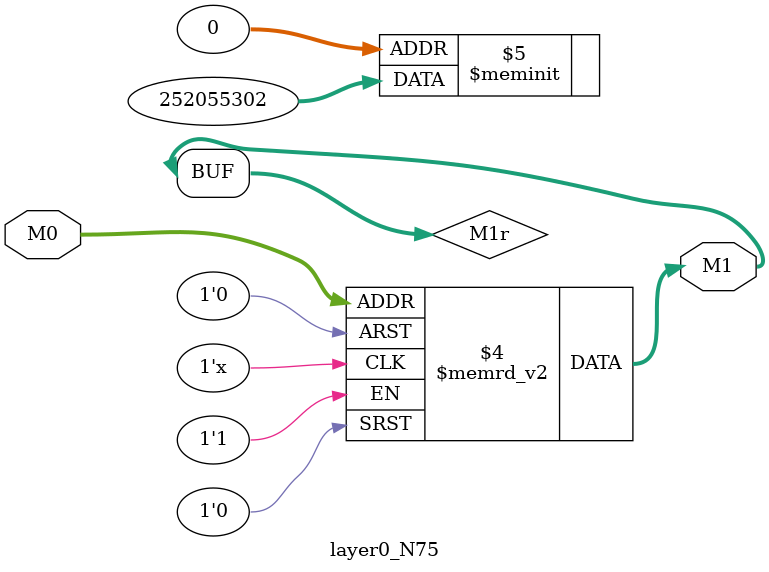
<source format=v>
module layer0_N75 ( input [3:0] M0, output [1:0] M1 );

	(*rom_style = "distributed" *) reg [1:0] M1r;
	assign M1 = M1r;
	always @ (M0) begin
		case (M0)
			4'b0000: M1r = 2'b10;
			4'b1000: M1r = 2'b10;
			4'b0100: M1r = 2'b11;
			4'b1100: M1r = 2'b11;
			4'b0010: M1r = 2'b00;
			4'b1010: M1r = 2'b00;
			4'b0110: M1r = 2'b00;
			4'b1110: M1r = 2'b00;
			4'b0001: M1r = 2'b01;
			4'b1001: M1r = 2'b01;
			4'b0101: M1r = 2'b11;
			4'b1101: M1r = 2'b11;
			4'b0011: M1r = 2'b00;
			4'b1011: M1r = 2'b00;
			4'b0111: M1r = 2'b00;
			4'b1111: M1r = 2'b00;

		endcase
	end
endmodule

</source>
